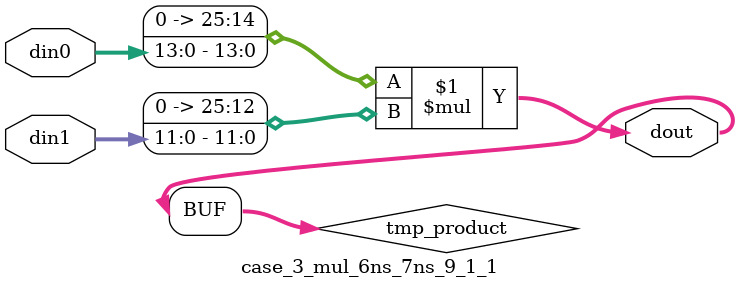
<source format=v>

`timescale 1 ns / 1 ps

 (* use_dsp = "no" *)  module case_3_mul_6ns_7ns_9_1_1(din0, din1, dout);
parameter ID = 1;
parameter NUM_STAGE = 0;
parameter din0_WIDTH = 14;
parameter din1_WIDTH = 12;
parameter dout_WIDTH = 26;

input [din0_WIDTH - 1 : 0] din0; 
input [din1_WIDTH - 1 : 0] din1; 
output [dout_WIDTH - 1 : 0] dout;

wire signed [dout_WIDTH - 1 : 0] tmp_product;
























assign tmp_product = $signed({1'b0, din0}) * $signed({1'b0, din1});











assign dout = tmp_product;





















endmodule

</source>
